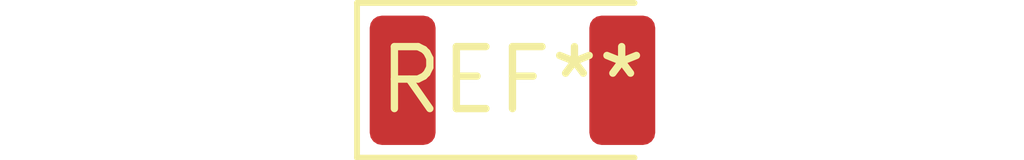
<source format=kicad_pcb>
(kicad_pcb (version 20240108) (generator pcbnew)
  (layers (0 "F.Cu" signal) (31 "B.Cu" signal) (34 "B.Paste" user) (35 "F.Paste" user) (36 "B.SilkS" user "B.Silkscreen") (37 "F.SilkS" user "F.Silkscreen") (38 "B.Mask" user) (39 "F.Mask" user) (44 "Edge.Cuts" user))
  (net 0 "")
  (footprint "LED_2010_5025Metric" (layer "F.Cu") (at 0 0)
    (property "Reference" "REF**")
    (property "Value" "LED_2010_5025Metric")
    (fp_line (start -3.185 -1.585) (end -3.185 1.585) (layer "F.SilkS") (stroke (width 0.12)))
    (fp_line (start -3.185 1.585) (end 2.5 1.585) (layer "F.SilkS") (stroke (width 0.12)))
    (fp_line (start 2.5 -1.585) (end -3.185 -1.585) (layer "F.SilkS") (stroke (width 0.12)))
    (pad "1" smd roundrect (at -2.25 0) (size 1.35 2.65) (layers "F.Cu" "F.Paste" "F.Mask") (roundrect_rratio 0.185185))
    (pad "2" smd roundrect (at 2.25 0) (size 1.35 2.65) (layers "F.Cu" "F.Paste" "F.Mask") (roundrect_rratio 0.185185))
  )
)
</source>
